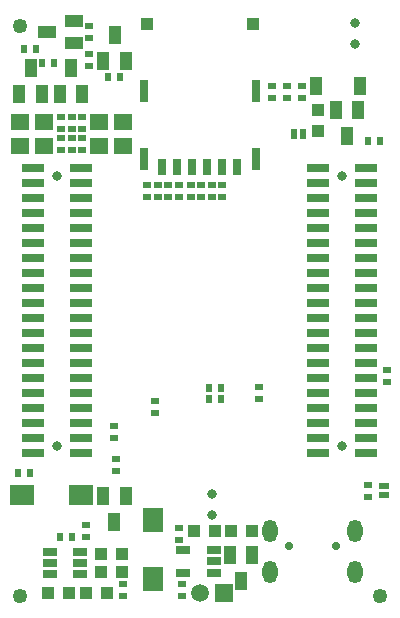
<source format=gbr>
G04 #@! TF.GenerationSoftware,KiCad,Pcbnew,5.1.5-52549c5~84~ubuntu18.04.1*
G04 #@! TF.CreationDate,2020-02-06T13:36:22+02:00*
G04 #@! TF.ProjectId,USB-gLINK_Rev_C,5553422d-674c-4494-9e4b-5f5265765f43,C*
G04 #@! TF.SameCoordinates,Original*
G04 #@! TF.FileFunction,Soldermask,Bot*
G04 #@! TF.FilePolarity,Negative*
%FSLAX46Y46*%
G04 Gerber Fmt 4.6, Leading zero omitted, Abs format (unit mm)*
G04 Created by KiCad (PCBNEW 5.1.5-52549c5~84~ubuntu18.04.1) date 2020-02-06 13:36:22*
%MOMM*%
%LPD*%
G04 APERTURE LIST*
%ADD10R,0.651600X0.601600*%
%ADD11R,0.601600X0.651600*%
%ADD12R,1.101600X1.501600*%
%ADD13R,1.501600X1.101600*%
%ADD14R,1.801600X2.101600*%
%ADD15C,0.801600*%
%ADD16R,1.901600X0.801600*%
%ADD17R,1.117600X1.117600*%
%ADD18C,1.501600*%
%ADD19R,1.501600X1.501600*%
%ADD20R,1.131600X1.101600*%
%ADD21R,0.651600X1.901600*%
%ADD22R,0.751600X1.401600*%
%ADD23R,1.625600X1.371600*%
%ADD24C,1.254000*%
%ADD25R,1.301600X0.651600*%
%ADD26R,0.863600X0.609600*%
%ADD27R,2.101600X1.801600*%
%ADD28O,1.301600X1.901600*%
%ADD29C,0.701600*%
%ADD30R,0.609600X0.863600*%
G04 APERTURE END LIST*
D10*
X134112000Y-52070000D03*
X134112000Y-53086000D03*
D11*
X136779000Y-56388000D03*
X135763000Y-56388000D03*
D12*
X137220960Y-55082440D03*
X135318500Y-55082440D03*
X136273540Y-52872640D03*
D13*
X132806440Y-51628040D03*
X132806440Y-53530500D03*
X130596640Y-52575460D03*
D14*
X139573000Y-93893000D03*
X139573000Y-98893000D03*
D10*
X133540501Y-61595000D03*
X133540501Y-62611000D03*
D15*
X155575000Y-87630000D03*
D16*
X153543000Y-76835000D03*
X157607000Y-76835000D03*
X153543000Y-78105000D03*
X157607000Y-78105000D03*
X153543000Y-79375000D03*
X157607000Y-79375000D03*
X153543000Y-80645000D03*
X157607000Y-80645000D03*
X153543000Y-81915000D03*
X157607000Y-81915000D03*
X153543000Y-83185000D03*
X157607000Y-83185000D03*
X153543000Y-84455000D03*
X157607000Y-84455000D03*
X153543000Y-85725000D03*
X157607000Y-85725000D03*
X153543000Y-86995000D03*
X157607000Y-86995000D03*
X153543000Y-88265000D03*
X157607000Y-88265000D03*
X157607000Y-75565000D03*
X153543000Y-75565000D03*
X157607000Y-74295000D03*
X153543000Y-74295000D03*
X157607000Y-73025000D03*
X153543000Y-73025000D03*
X157607000Y-71755000D03*
X153543000Y-71755000D03*
X157607000Y-70485000D03*
X153543000Y-70485000D03*
X157607000Y-69215000D03*
X153543000Y-69215000D03*
X157607000Y-67945000D03*
X153543000Y-67945000D03*
X157607000Y-66675000D03*
X153543000Y-66675000D03*
X157607000Y-65405000D03*
X153543000Y-65405000D03*
X157607000Y-64135000D03*
X153543000Y-64135000D03*
D15*
X155575000Y-64770000D03*
X131445000Y-87630000D03*
D16*
X129413000Y-76835000D03*
X133477000Y-76835000D03*
X129413000Y-78105000D03*
X133477000Y-78105000D03*
X129413000Y-79375000D03*
X133477000Y-79375000D03*
X129413000Y-80645000D03*
X133477000Y-80645000D03*
X129413000Y-81915000D03*
X133477000Y-81915000D03*
X129413000Y-83185000D03*
X133477000Y-83185000D03*
X129413000Y-84455000D03*
X133477000Y-84455000D03*
X129413000Y-85725000D03*
X133477000Y-85725000D03*
X129413000Y-86995000D03*
X133477000Y-86995000D03*
X129413000Y-88265000D03*
X133477000Y-88265000D03*
X133477000Y-75565000D03*
X129413000Y-75565000D03*
X133477000Y-74295000D03*
X129413000Y-74295000D03*
X133477000Y-73025000D03*
X129413000Y-73025000D03*
X133477000Y-71755000D03*
X129413000Y-71755000D03*
X133477000Y-70485000D03*
X129413000Y-70485000D03*
X133477000Y-69215000D03*
X129413000Y-69215000D03*
X133477000Y-67945000D03*
X129413000Y-67945000D03*
X133477000Y-66675000D03*
X129413000Y-66675000D03*
X133477000Y-65405000D03*
X129413000Y-65405000D03*
X133477000Y-64135000D03*
X129413000Y-64135000D03*
D15*
X131445000Y-64770000D03*
D17*
X132461000Y-100076000D03*
X130683000Y-100076000D03*
X135636000Y-100076000D03*
X133858000Y-100076000D03*
D18*
X143525240Y-100058220D03*
D19*
X145554700Y-100055680D03*
D20*
X147975000Y-51895000D03*
X139045000Y-51895000D03*
D21*
X148215000Y-63365000D03*
X138805000Y-63365000D03*
X148215000Y-57615000D03*
X138805000Y-57615000D03*
D22*
X144145000Y-63985000D03*
X146685000Y-63985000D03*
X140335000Y-63985000D03*
X141605000Y-63985000D03*
X142875000Y-63985000D03*
X145415000Y-63985000D03*
D12*
X146052540Y-96901000D03*
X147955000Y-96901000D03*
X146999960Y-99110800D03*
D11*
X131699000Y-95377000D03*
X132715000Y-95377000D03*
D17*
X135128000Y-96774000D03*
X136906000Y-96774000D03*
X144780000Y-94869000D03*
X143002000Y-94869000D03*
D10*
X142748000Y-66548000D03*
X142748000Y-65532000D03*
X141732000Y-66548000D03*
X141732000Y-65532000D03*
X139065000Y-66548000D03*
X139065000Y-65532000D03*
X132651501Y-61595000D03*
X132651501Y-62611000D03*
X131762500Y-61595000D03*
X131762500Y-62611000D03*
D23*
X128269999Y-60198000D03*
X128269999Y-62230000D03*
D10*
X132651501Y-59817001D03*
X132651501Y-60833001D03*
X133540499Y-59817000D03*
X133540499Y-60833000D03*
D12*
X135321040Y-91856560D03*
X137223500Y-91856560D03*
X136268460Y-94066360D03*
D24*
X128270000Y-52070000D03*
X158750000Y-100330000D03*
D15*
X156654501Y-53605000D03*
X156654501Y-51805000D03*
X144526000Y-93483000D03*
X144526000Y-91683000D03*
D10*
X133858000Y-94361000D03*
X133858000Y-95377000D03*
X141986000Y-99314000D03*
X141986000Y-100330000D03*
X141732000Y-94615000D03*
X141732000Y-95631000D03*
D11*
X130175000Y-55245000D03*
X131191000Y-55245000D03*
D10*
X134112000Y-55499000D03*
X134112000Y-54483000D03*
D11*
X128651000Y-54038500D03*
X129667000Y-54038500D03*
D10*
X157734000Y-90932000D03*
X157734000Y-91948000D03*
X144526000Y-65532000D03*
X144526000Y-66548000D03*
X143637000Y-65532000D03*
X143637000Y-66548000D03*
X140843000Y-65532000D03*
X140843000Y-66548000D03*
X139954000Y-65532000D03*
X139954000Y-66548000D03*
D12*
X130108960Y-57876440D03*
X128206500Y-57876440D03*
X129161540Y-55666640D03*
X133537960Y-57876440D03*
X131635500Y-57876440D03*
X132590540Y-55666640D03*
D25*
X144683000Y-96456500D03*
X144683000Y-97406500D03*
X144683000Y-98356500D03*
X142083000Y-96456500D03*
X142083000Y-98356500D03*
D26*
X159131000Y-91059000D03*
X159131000Y-91821000D03*
D10*
X137033000Y-100330000D03*
X137033000Y-99314000D03*
D17*
X147955000Y-94869000D03*
X146177000Y-94869000D03*
D10*
X145415000Y-65532000D03*
X145415000Y-66548000D03*
D23*
X137033000Y-62230000D03*
X137033000Y-60198000D03*
X135001000Y-60198000D03*
X135001000Y-62230000D03*
X130301999Y-62230000D03*
X130301999Y-60198000D03*
D10*
X131762502Y-60833000D03*
X131762502Y-59817000D03*
D27*
X133437000Y-91821000D03*
X128437000Y-91821000D03*
D17*
X136906000Y-98298000D03*
X135128000Y-98298000D03*
D25*
X133380100Y-96586000D03*
X133380100Y-97536000D03*
X133380100Y-98486000D03*
X130779900Y-98486000D03*
X130779900Y-97536000D03*
X130779900Y-96586000D03*
D28*
X156635000Y-98294000D03*
X156635000Y-94824000D03*
X149435000Y-94824000D03*
X149435000Y-98294000D03*
D29*
X155035000Y-96144000D03*
X151035000Y-96144000D03*
D24*
X128270000Y-100330000D03*
D10*
X139700000Y-83820000D03*
X139700000Y-84836000D03*
D11*
X144271999Y-83629500D03*
X145287999Y-83629500D03*
X144272000Y-82740501D03*
X145288000Y-82740501D03*
D10*
X136271000Y-86995000D03*
X136271000Y-85979000D03*
D11*
X128079500Y-89916000D03*
X129095500Y-89916000D03*
D10*
X159321500Y-82232500D03*
X159321500Y-81216500D03*
X148526500Y-82677000D03*
X148526500Y-83693000D03*
X136398000Y-88773000D03*
X136398000Y-89789000D03*
X150876000Y-57150000D03*
X150876000Y-58166000D03*
X149606000Y-58166000D03*
X149606000Y-57150000D03*
D17*
X153543000Y-60960000D03*
X153543000Y-59182000D03*
D12*
X153294000Y-57150000D03*
X157094000Y-57150000D03*
X155953460Y-61427360D03*
X156908500Y-59217560D03*
X155006040Y-59217560D03*
D11*
X157734000Y-61849000D03*
X158750000Y-61849000D03*
D10*
X152146000Y-58166000D03*
X152146000Y-57150000D03*
D30*
X151511000Y-61214000D03*
X152273000Y-61214000D03*
M02*

</source>
